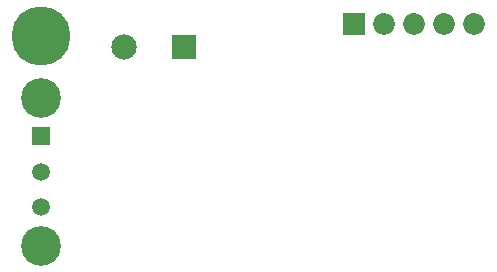
<source format=gbr>
%TF.GenerationSoftware,Altium Limited,Altium Designer,24.0.1 (36)*%
G04 Layer_Color=255*
%FSLAX45Y45*%
%MOMM*%
%TF.SameCoordinates,EA0AF7FB-948C-45CD-8237-9CE77542C851*%
%TF.FilePolarity,Positive*%
%TF.FileFunction,Pads,Bot*%
%TF.Part,Single*%
G01*
G75*
%TA.AperFunction,ComponentPad*%
%ADD24R,1.51500X1.51500*%
%ADD25C,1.51500*%
%ADD26C,3.36000*%
%ADD27C,1.85000*%
%ADD28R,1.85000X1.85000*%
%ADD29R,2.15000X2.15000*%
%ADD30C,2.15000*%
%ADD31C,5.00000*%
D24*
X350000Y1796415D02*
D03*
D25*
Y1496415D02*
D03*
Y1196415D02*
D03*
D26*
Y2121415D02*
D03*
Y871415D02*
D03*
D27*
X4016000Y2750000D02*
D03*
X3254000D02*
D03*
X3508000D02*
D03*
X3762000D02*
D03*
D28*
X3000000D02*
D03*
D29*
X1554000Y2550000D02*
D03*
D30*
X1046000D02*
D03*
D31*
X350000Y2650000D02*
D03*
%TF.MD5,92a9e56905f44d833c4bc07b7e53489c*%
M02*

</source>
